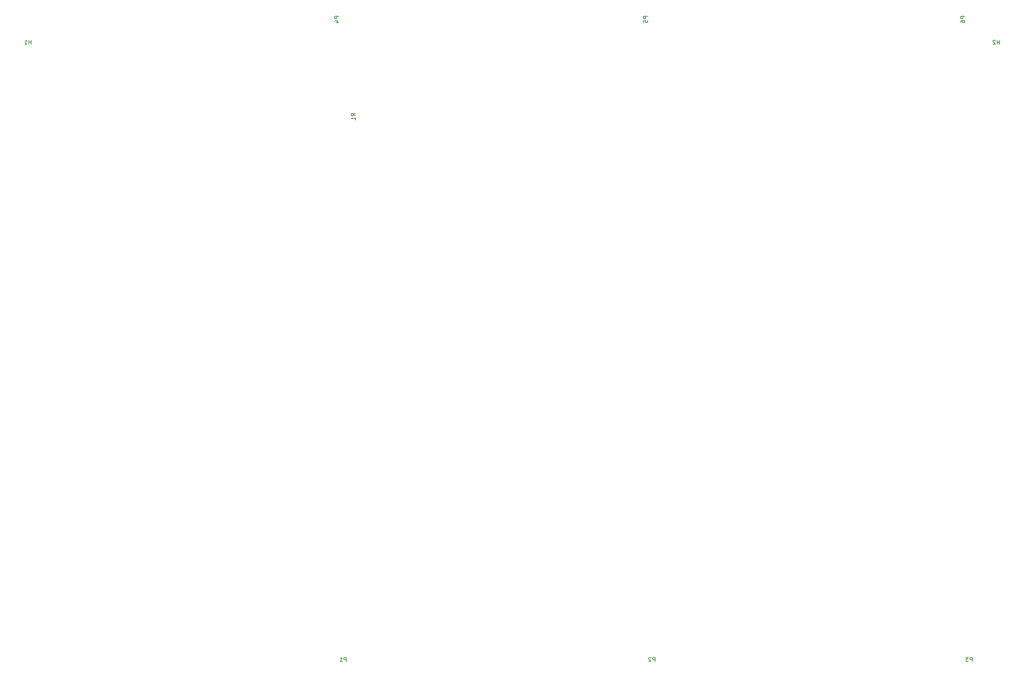
<source format=gbr>
%TF.GenerationSoftware,KiCad,Pcbnew,(6.0.11)*%
%TF.CreationDate,2023-12-23T11:48:24-05:00*%
%TF.ProjectId,input-output.BusExtender,696e7075-742d-46f7-9574-7075742e4275,rev?*%
%TF.SameCoordinates,Original*%
%TF.FileFunction,Legend,Bot*%
%TF.FilePolarity,Positive*%
%FSLAX46Y46*%
G04 Gerber Fmt 4.6, Leading zero omitted, Abs format (unit mm)*
G04 Created by KiCad (PCBNEW (6.0.11)) date 2023-12-23 11:48:24*
%MOMM*%
%LPD*%
G01*
G04 APERTURE LIST*
%ADD10C,0.150000*%
G04 APERTURE END LIST*
D10*
%TO.C,H2*%
X269261904Y-78452380D02*
X269261904Y-77452380D01*
X269261904Y-77928571D02*
X268690476Y-77928571D01*
X268690476Y-78452380D02*
X268690476Y-77452380D01*
X268261904Y-77547619D02*
X268214285Y-77500000D01*
X268119047Y-77452380D01*
X267880952Y-77452380D01*
X267785714Y-77500000D01*
X267738095Y-77547619D01*
X267690476Y-77642857D01*
X267690476Y-77738095D01*
X267738095Y-77880952D01*
X268309523Y-78452380D01*
X267690476Y-78452380D01*
%TO.C,H1*%
X37261904Y-78452380D02*
X37261904Y-77452380D01*
X37261904Y-77928571D02*
X36690476Y-77928571D01*
X36690476Y-78452380D02*
X36690476Y-77452380D01*
X35690476Y-78452380D02*
X36261904Y-78452380D01*
X35976190Y-78452380D02*
X35976190Y-77452380D01*
X36071428Y-77595238D01*
X36166666Y-77690476D01*
X36261904Y-77738095D01*
%TO.C,P2*%
X186738095Y-226452380D02*
X186738095Y-225452380D01*
X186357142Y-225452380D01*
X186261904Y-225500000D01*
X186214285Y-225547619D01*
X186166666Y-225642857D01*
X186166666Y-225785714D01*
X186214285Y-225880952D01*
X186261904Y-225928571D01*
X186357142Y-225976190D01*
X186738095Y-225976190D01*
X185785714Y-225547619D02*
X185738095Y-225500000D01*
X185642857Y-225452380D01*
X185404761Y-225452380D01*
X185309523Y-225500000D01*
X185261904Y-225547619D01*
X185214285Y-225642857D01*
X185214285Y-225738095D01*
X185261904Y-225880952D01*
X185833333Y-226452380D01*
X185214285Y-226452380D01*
%TO.C,P3*%
X262738095Y-226452380D02*
X262738095Y-225452380D01*
X262357142Y-225452380D01*
X262261904Y-225500000D01*
X262214285Y-225547619D01*
X262166666Y-225642857D01*
X262166666Y-225785714D01*
X262214285Y-225880952D01*
X262261904Y-225928571D01*
X262357142Y-225976190D01*
X262738095Y-225976190D01*
X261833333Y-225452380D02*
X261214285Y-225452380D01*
X261547619Y-225833333D01*
X261404761Y-225833333D01*
X261309523Y-225880952D01*
X261261904Y-225928571D01*
X261214285Y-226023809D01*
X261214285Y-226261904D01*
X261261904Y-226357142D01*
X261309523Y-226404761D01*
X261404761Y-226452380D01*
X261690476Y-226452380D01*
X261785714Y-226404761D01*
X261833333Y-226357142D01*
%TO.C,P1*%
X112738095Y-226452380D02*
X112738095Y-225452380D01*
X112357142Y-225452380D01*
X112261904Y-225500000D01*
X112214285Y-225547619D01*
X112166666Y-225642857D01*
X112166666Y-225785714D01*
X112214285Y-225880952D01*
X112261904Y-225928571D01*
X112357142Y-225976190D01*
X112738095Y-225976190D01*
X111214285Y-226452380D02*
X111785714Y-226452380D01*
X111500000Y-226452380D02*
X111500000Y-225452380D01*
X111595238Y-225595238D01*
X111690476Y-225690476D01*
X111785714Y-225738095D01*
%TO.C,P5*%
X184952380Y-71761904D02*
X183952380Y-71761904D01*
X183952380Y-72142857D01*
X184000000Y-72238095D01*
X184047619Y-72285714D01*
X184142857Y-72333333D01*
X184285714Y-72333333D01*
X184380952Y-72285714D01*
X184428571Y-72238095D01*
X184476190Y-72142857D01*
X184476190Y-71761904D01*
X183952380Y-73238095D02*
X183952380Y-72761904D01*
X184428571Y-72714285D01*
X184380952Y-72761904D01*
X184333333Y-72857142D01*
X184333333Y-73095238D01*
X184380952Y-73190476D01*
X184428571Y-73238095D01*
X184523809Y-73285714D01*
X184761904Y-73285714D01*
X184857142Y-73238095D01*
X184904761Y-73190476D01*
X184952380Y-73095238D01*
X184952380Y-72857142D01*
X184904761Y-72761904D01*
X184857142Y-72714285D01*
%TO.C,R1*%
X114952380Y-95643333D02*
X114476190Y-95310000D01*
X114952380Y-95071904D02*
X113952380Y-95071904D01*
X113952380Y-95452857D01*
X114000000Y-95548095D01*
X114047619Y-95595714D01*
X114142857Y-95643333D01*
X114285714Y-95643333D01*
X114380952Y-95595714D01*
X114428571Y-95548095D01*
X114476190Y-95452857D01*
X114476190Y-95071904D01*
X114952380Y-96595714D02*
X114952380Y-96024285D01*
X114952380Y-96310000D02*
X113952380Y-96310000D01*
X114095238Y-96214761D01*
X114190476Y-96119523D01*
X114238095Y-96024285D01*
%TO.C,P4*%
X110952380Y-71761904D02*
X109952380Y-71761904D01*
X109952380Y-72142857D01*
X110000000Y-72238095D01*
X110047619Y-72285714D01*
X110142857Y-72333333D01*
X110285714Y-72333333D01*
X110380952Y-72285714D01*
X110428571Y-72238095D01*
X110476190Y-72142857D01*
X110476190Y-71761904D01*
X110285714Y-73190476D02*
X110952380Y-73190476D01*
X109904761Y-72952380D02*
X110619047Y-72714285D01*
X110619047Y-73333333D01*
%TO.C,P6*%
X260952380Y-71761904D02*
X259952380Y-71761904D01*
X259952380Y-72142857D01*
X260000000Y-72238095D01*
X260047619Y-72285714D01*
X260142857Y-72333333D01*
X260285714Y-72333333D01*
X260380952Y-72285714D01*
X260428571Y-72238095D01*
X260476190Y-72142857D01*
X260476190Y-71761904D01*
X259952380Y-73190476D02*
X259952380Y-73000000D01*
X260000000Y-72904761D01*
X260047619Y-72857142D01*
X260190476Y-72761904D01*
X260380952Y-72714285D01*
X260761904Y-72714285D01*
X260857142Y-72761904D01*
X260904761Y-72809523D01*
X260952380Y-72904761D01*
X260952380Y-73095238D01*
X260904761Y-73190476D01*
X260857142Y-73238095D01*
X260761904Y-73285714D01*
X260523809Y-73285714D01*
X260428571Y-73238095D01*
X260380952Y-73190476D01*
X260333333Y-73095238D01*
X260333333Y-72904761D01*
X260380952Y-72809523D01*
X260428571Y-72761904D01*
X260523809Y-72714285D01*
%TD*%
M02*

</source>
